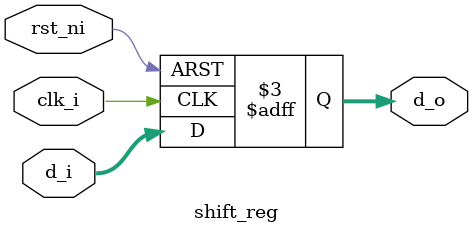
<source format=v>
module shift_reg (
	clk_i,
	rst_ni,
	d_i,
	d_o
);
	parameter [31:0] Depth = 1;
	input wire clk_i;
	input wire rst_ni;
	input wire [100:0] d_i;
	output reg [100:0] d_o;
	generate
		if (Depth == 0) begin : genblk1
			wire [100:0] sv2v_tmp_021F4;
			assign sv2v_tmp_021F4 = d_i;
			always @(*) d_o = sv2v_tmp_021F4;
		end
		else if (Depth == 1) begin : genblk1
			always @(posedge clk_i or negedge rst_ni)
				if (~rst_ni)
					d_o <= 101'sb0;
				else
					d_o <= d_i;
		end
		else if (Depth > 1) begin : genblk1
			wire [Depth - 1:0] reg_d;
			reg [Depth - 1:0] reg_q;
			wire [100:0] sv2v_tmp_D887A;
			assign sv2v_tmp_D887A = reg_q[Depth - 1];
			always @(*) d_o = sv2v_tmp_D887A;
			assign reg_d = {reg_q[Depth - 2:0], d_i};
			always @(posedge clk_i or negedge rst_ni)
				if (~rst_ni)
					reg_q <= 1'sb0;
				else
					reg_q <= reg_d;
		end
	endgenerate
endmodule

</source>
